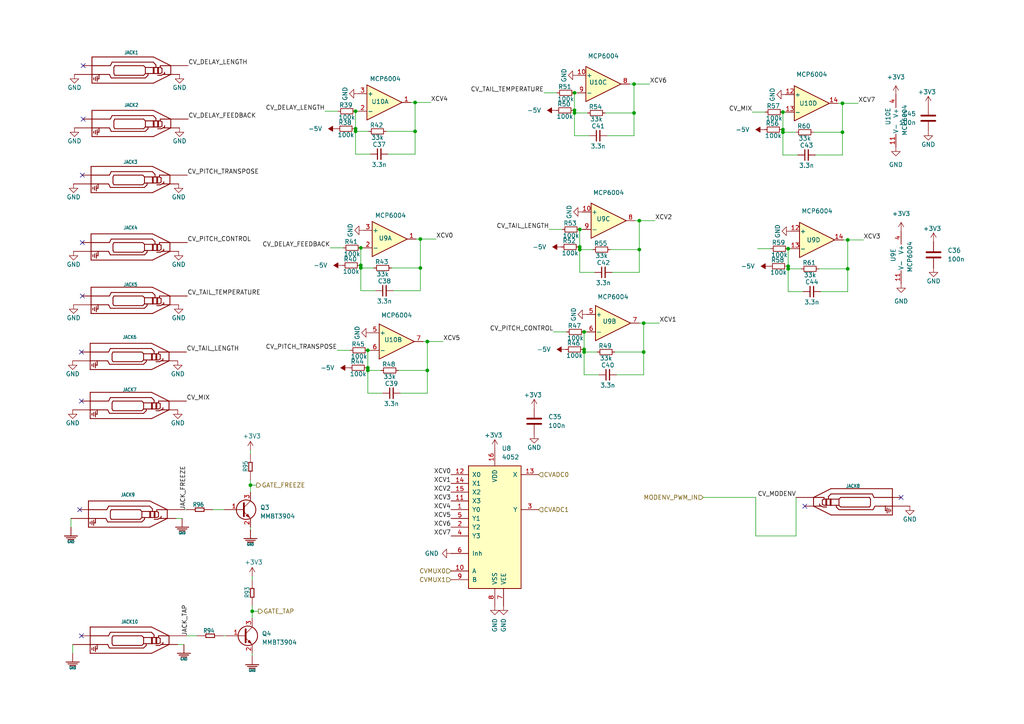
<source format=kicad_sch>
(kicad_sch (version 20221206) (generator eeschema)
  (paper "A4")
  (lib_symbols
    (symbol "4xxx:4052" (pin_names (offset 1.016))
      (property "Reference" "U" (at -7.62 19.05 0))
      (property "Value" "4052" (at -7.62 -19.05 0))
      (symbol "4052_1_0"
        (pin passive line (at -12.7 5.08 0) (length 5.08) (name "Y0") (number "1"))
        (pin input line (at -12.7 -12.7 0) (length 5.08) (name "A") (number "10"))
        (pin passive line (at -12.7 7.62 0) (length 5.08) (name "X3") (number "11"))
        (pin passive line (at -12.7 15.24 0) (length 5.08) (name "X0") (number "12"))
        (pin passive line (at 12.7 15.24 180) (length 5.08) (name "X") (number "13"))
        (pin passive line (at -12.7 12.7 0) (length 5.08) (name "X1") (number "14"))
        (pin passive line (at -12.7 10.16 0) (length 5.08) (name "X2") (number "15"))
        (pin power_in line (at 0 22.86 270) (length 5.08) (name "VDD") (number "16"))
        (pin passive line (at -12.7 0 0) (length 5.08) (name "Y2") (number "2"))
        (pin passive line (at 12.7 5.08 180) (length 5.08) (name "Y") (number "3"))
        (pin passive line (at -12.7 -2.54 0) (length 5.08) (name "Y3") (number "4"))
        (pin passive line (at -12.7 2.54 0) (length 5.08) (name "Y1") (number "5"))
        (pin input line (at -12.7 -7.62 0) (length 5.08) (name "Inh") (number "6"))
        (pin power_in line (at 2.54 -22.86 90) (length 5.08) (name "VEE") (number "7"))
        (pin power_in line (at 0 -22.86 90) (length 5.08) (name "VSS") (number "8"))
        (pin input line (at -12.7 -15.24 0) (length 5.08) (name "B") (number "9"))
      )
      (symbol "4052_1_1"
        (rectangle (start -7.62 17.78) (end 7.62 -17.78) (stroke (width 0.254)) (fill (type background)))
      )
    )
    (symbol "Amplifier_Operational:MCP6004" (pin_names (offset 0.127))
      (property "Reference" "U" (at 0 5.08 0))
      (property "Value" "MCP6004" (at 0 -5.08 0))
      (symbol "MCP6004_1_1"
        (polyline (pts (xy -5.08 5.08) (xy 5.08 0) (xy -5.08 -5.08) (xy -5.08 5.08)) (stroke (width 0.254)) (fill (type background)))
        (pin output line (at 7.62 0 180) (length 2.54) (name "~") (number "1"))
        (pin input line (at -7.62 -2.54 0) (length 2.54) (name "-") (number "2"))
        (pin input line (at -7.62 2.54 0) (length 2.54) (name "+") (number "3"))
      )
      (symbol "MCP6004_2_1"
        (polyline (pts (xy -5.08 5.08) (xy 5.08 0) (xy -5.08 -5.08) (xy -5.08 5.08)) (stroke (width 0.254)) (fill (type background)))
        (pin input line (at -7.62 2.54 0) (length 2.54) (name "+") (number "5"))
        (pin input line (at -7.62 -2.54 0) (length 2.54) (name "-") (number "6"))
        (pin output line (at 7.62 0 180) (length 2.54) (name "~") (number "7"))
      )
      (symbol "MCP6004_3_1"
        (polyline (pts (xy -5.08 5.08) (xy 5.08 0) (xy -5.08 -5.08) (xy -5.08 5.08)) (stroke (width 0.254)) (fill (type background)))
        (pin input line (at -7.62 2.54 0) (length 2.54) (name "+") (number "10"))
        (pin output line (at 7.62 0 180) (length 2.54) (name "~") (number "8"))
        (pin input line (at -7.62 -2.54 0) (length 2.54) (name "-") (number "9"))
      )
      (symbol "MCP6004_4_1"
        (polyline (pts (xy -5.08 5.08) (xy 5.08 0) (xy -5.08 -5.08) (xy -5.08 5.08)) (stroke (width 0.254)) (fill (type background)))
        (pin input line (at -7.62 2.54 0) (length 2.54) (name "+") (number "12"))
        (pin input line (at -7.62 -2.54 0) (length 2.54) (name "-") (number "13"))
        (pin output line (at 7.62 0 180) (length 2.54) (name "~") (number "14"))
      )
      (symbol "MCP6004_5_1"
        (pin power_in line (at -2.54 -7.62 90) (length 3.81) (name "V-") (number "11"))
        (pin power_in line (at -2.54 7.62 270) (length 3.81) (name "V+") (number "4"))
      )
    )
    (symbol "Device:C" (pin_numbers hide) (pin_names (offset 0.254))
      (property "Reference" "C" (at 0.635 2.54 0))
      (property "Value" "C" (at 0.635 -2.54 0))
      (symbol "C_0_1"
        (polyline (pts (xy -2.032 -0.762) (xy 2.032 -0.762)) (stroke (width 0.508)))
        (polyline (pts (xy -2.032 0.762) (xy 2.032 0.762)) (stroke (width 0.508)))
      )
      (symbol "C_1_1"
        (pin passive line (at 0 3.81 270) (length 2.794) (name "~") (number "1"))
        (pin passive line (at 0 -3.81 90) (length 2.794) (name "~") (number "2"))
      )
    )
    (symbol "Device:C_Small" (pin_numbers hide) (pin_names (offset 0.254) hide)
      (property "Reference" "C" (at 0.254 1.778 0))
      (property "Value" "C_Small" (at 0.254 -2.032 0))
      (symbol "C_Small_0_1"
        (polyline (pts (xy -1.524 -0.508) (xy 1.524 -0.508)) (stroke (width 0.3302)))
        (polyline (pts (xy -1.524 0.508) (xy 1.524 0.508)) (stroke (width 0.3048)))
      )
      (symbol "C_Small_1_1"
        (pin passive line (at 0 2.54 270) (length 2.032) (name "~") (number "1"))
        (pin passive line (at 0 -2.54 90) (length 2.032) (name "~") (number "2"))
      )
    )
    (symbol "Device:R_Small" (pin_numbers hide) (pin_names (offset 0.254) hide)
      (property "Reference" "R" (at 0.762 0.508 0))
      (property "Value" "R_Small" (at 0.762 -1.016 0))
      (symbol "R_Small_0_1"
        (rectangle (start -0.762 1.778) (end 0.762 -1.778) (stroke (width 0.2032)))
      )
      (symbol "R_Small_1_1"
        (pin passive line (at 0 2.54 270) (length 0.762) (name "~") (number "1"))
        (pin passive line (at 0 -2.54 90) (length 0.762) (name "~") (number "2"))
      )
    )
    (symbol "TINRS - Wobbler (pico)sch-eagle-import:GND" (power)
      (property "Value" "GND" (at 0 -1.27 0))
      (symbol "GND_1_0"
        (polyline (pts (xy -1.905 0) (xy 1.905 0)) (stroke (width 0.254)))
        (polyline (pts (xy -1.397 -0.508) (xy 1.397 -0.508)) (stroke (width 0.254)))
        (polyline (pts (xy -0.889 -1.016) (xy 0.889 -1.016)) (stroke (width 0.254)))
        (pin power_in line (at 0 2.54 270) (length 2.54) (name "GND") (number "1"))
      )
    )
    (symbol "TINRS - Wobbler (pico)sch-eagle-import:R-0603"
      (property "Reference" "R" (at -3.81 0 0))
      (property "Value" "R-0603" (at 2.54 0 0))
      (symbol "R-0603_1_0"
        (polyline (pts (xy -1.27 -0.508) (xy -1.27 0.508)) (stroke (width 0.254)))
        (polyline (pts (xy -1.27 0.508) (xy 1.27 0.508)) (stroke (width 0.254)))
        (polyline (pts (xy 1.27 -0.508) (xy -1.27 -0.508)) (stroke (width 0.254)))
        (polyline (pts (xy 1.27 0.508) (xy 1.27 -0.508)) (stroke (width 0.254)))
        (pin passive line (at -3.81 0 0) (length 2.54) (name "1") (number "1"))
        (pin passive line (at 3.81 0 180) (length 2.54) (name "2") (number "2"))
      )
    )
    (symbol "TiNRS_Eagle:AUDIO-JACK_SMALLSYMBOLNODRILL"
      (property "Reference" "JACK" (at -1.27 -9.906 90))
      (symbol "AUDIO-JACK_SMALLSYMBOLNODRILL_1_0"
        (polyline (pts (xy -2.54 -10.16) (xy 0 -10.16)) (stroke (width 0.254)))
        (polyline (pts (xy -2.54 7.62) (xy -2.54 -10.16)) (stroke (width 0.254)))
        (polyline (pts (xy -1.016 -4.318) (xy -1.016 7.62)) (stroke (width 0.254)))
        (polyline (pts (xy -1.016 7.62) (xy -0.254 8.382)) (stroke (width 0.254)))
        (polyline (pts (xy -0.254 8.382) (xy 0.508 8.382)) (stroke (width 0.254)))
        (polyline (pts (xy 0 -10.16) (xy 0 -4.826)) (stroke (width 0.254)))
        (polyline (pts (xy 0 -10.16) (xy 2.54 -10.16)) (stroke (width 0.254)))
        (polyline (pts (xy 0 -4.826) (xy -1.016 -4.318)) (stroke (width 0.254)))
        (polyline (pts (xy 0 -3.556) (xy 0 4.826)) (stroke (width 0.254)))
        (polyline (pts (xy 0 4.826) (xy 0.508 5.334)) (stroke (width 0.254)))
        (polyline (pts (xy 0 9.652) (xy 0.508 9.652)) (stroke (width 0.254)))
        (polyline (pts (xy 0 12.7) (xy -2.54 7.62)) (stroke (width 0.254)))
        (polyline (pts (xy 0 12.7) (xy 0 9.652)) (stroke (width 0.254)))
        (polyline (pts (xy 0.508 -3.81) (xy 0 -3.556)) (stroke (width 0.254)))
        (polyline (pts (xy 0.508 5.334) (xy 2.286 5.334)) (stroke (width 0.254)))
        (polyline (pts (xy 0.508 7.62) (xy 0.508 5.334)) (stroke (width 0.254)))
        (polyline (pts (xy 0.508 7.62) (xy 2.286 7.62)) (stroke (width 0.254)))
        (polyline (pts (xy 0.508 7.874) (xy 0.508 7.62)) (stroke (width 0.254)))
        (polyline (pts (xy 0.508 7.874) (xy 2.286 7.874)) (stroke (width 0.254)))
        (polyline (pts (xy 0.508 8.382) (xy 0.508 7.874)) (stroke (width 0.254)))
        (polyline (pts (xy 0.508 8.89) (xy 0.508 8.382)) (stroke (width 0.254)))
        (polyline (pts (xy 0.508 8.89) (xy 2.286 8.89)) (stroke (width 0.254)))
        (polyline (pts (xy 0.508 9.144) (xy 0.508 8.89)) (stroke (width 0.254)))
        (polyline (pts (xy 0.508 9.144) (xy 2.286 9.144)) (stroke (width 0.254)))
        (polyline (pts (xy 0.508 9.652) (xy 0.508 9.144)) (stroke (width 0.254)))
        (polyline (pts (xy 0.762 10.16) (xy 0.508 9.652)) (stroke (width 0.254)))
        (polyline (pts (xy 2.032 10.16) (xy 0.762 10.16)) (stroke (width 0.254)))
        (polyline (pts (xy 2.286 -3.81) (xy 0.508 -3.81)) (stroke (width 0.254)))
        (polyline (pts (xy 2.286 5.334) (xy 2.286 6.096)) (stroke (width 0.254)))
        (polyline (pts (xy 2.286 5.334) (xy 2.794 4.826)) (stroke (width 0.254)))
        (polyline (pts (xy 2.286 6.096) (xy 2.286 7.62)) (stroke (width 0.254)))
        (polyline (pts (xy 2.286 7.62) (xy 2.286 7.874)) (stroke (width 0.254)))
        (polyline (pts (xy 2.286 7.874) (xy 2.286 8.89)) (stroke (width 0.254)))
        (polyline (pts (xy 2.286 8.89) (xy 2.286 9.144)) (stroke (width 0.254)))
        (polyline (pts (xy 2.286 9.144) (xy 2.286 9.652)) (stroke (width 0.254)))
        (polyline (pts (xy 2.286 9.652) (xy 2.032 10.16)) (stroke (width 0.254)))
        (polyline (pts (xy 2.286 10.922) (xy 1.905 10.922)) (stroke (width 0.254)))
        (polyline (pts (xy 2.286 10.922) (xy 2.54 10.414)) (stroke (width 0.254)))
        (polyline (pts (xy 2.54 -10.16) (xy 2.54 -8.128)) (stroke (width 0.254)))
        (polyline (pts (xy 2.54 -10.16) (xy 5.08 -10.16)) (stroke (width 0.254)))
        (polyline (pts (xy 2.54 -8.128) (xy 2.54 -5.08)) (stroke (width 0.254)))
        (polyline (pts (xy 2.54 -8.128) (xy 3.81 -8.128)) (stroke (width 0.254)))
        (polyline (pts (xy 2.54 -5.08) (xy 3.556 -4.572)) (stroke (width 0.254)))
        (polyline (pts (xy 2.54 10.414) (xy 2.794 9.906)) (stroke (width 0.254)))
        (polyline (pts (xy 2.54 12.7) (xy 0 12.7)) (stroke (width 0.254)))
        (polyline (pts (xy 2.54 12.7) (xy 2.54 10.414)) (stroke (width 0.254)))
        (polyline (pts (xy 2.794 -3.556) (xy 2.286 -3.81)) (stroke (width 0.254)))
        (polyline (pts (xy 2.794 4.826) (xy 2.794 -3.556)) (stroke (width 0.254)))
        (polyline (pts (xy 2.794 6.096) (xy 2.286 6.096)) (stroke (width 0.254)))
        (polyline (pts (xy 2.794 9.906) (xy 2.794 8.89)) (stroke (width 0.254)))
        (polyline (pts (xy 3.048 -8.636) (xy 4.572 -8.636)) (stroke (width 0.254)))
        (polyline (pts (xy 3.302 -9.144) (xy 4.318 -9.144)) (stroke (width 0.254)))
        (polyline (pts (xy 3.556 -9.652) (xy 4.064 -9.652)) (stroke (width 0.254)))
        (polyline (pts (xy 3.556 -4.572) (xy 3.556 5.334)) (stroke (width 0.254)))
        (polyline (pts (xy 3.556 5.334) (xy 2.794 6.096)) (stroke (width 0.254)))
        (polyline (pts (xy 3.81 -8.128) (xy 3.81 -8.636)) (stroke (width 0.254)))
        (polyline (pts (xy 5.08 -10.16) (xy 5.08 7.62)) (stroke (width 0.254)))
        (polyline (pts (xy 5.08 7.62) (xy 2.54 12.7)) (stroke (width 0.254)))
        (pin bidirectional line (at 2.54 -15.24 90) (length 5.08) (name "RING") (number "RING"))
        (pin bidirectional line (at 0 -12.7 90) (length 2.54) (name "SECOND") (number "SECOND"))
        (pin bidirectional line (at 2.54 15.24 270) (length 2.54) (name "SWITCH") (number "SWITCH"))
        (pin bidirectional line (at 0 17.78 270) (length 5.08) (name "TIP") (number "TIP"))
      )
    )
    (symbol "Transistor_BJT:MMBT3904" (pin_names (offset 0) hide)
      (property "Reference" "Q" (at 5.08 1.905 0))
      (property "Value" "MMBT3904" (at 5.08 0 0))
      (symbol "MMBT3904_0_1"
        (polyline (pts (xy 0.635 0.635) (xy 2.54 2.54)))
        (polyline (pts (xy 0.635 -0.635) (xy 2.54 -2.54) (xy 2.54 -2.54)))
        (polyline (pts (xy 0.635 1.905) (xy 0.635 -1.905) (xy 0.635 -1.905)) (stroke (width 0.508)))
        (polyline (pts (xy 1.27 -1.778) (xy 1.778 -1.27) (xy 2.286 -2.286) (xy 1.27 -1.778) (xy 1.27 -1.778)) (fill (type outline)))
        (circle (center 1.27 0) (radius 2.8194) (stroke (width 0.254)))
      )
      (symbol "MMBT3904_1_1"
        (pin input line (at -5.08 0 0) (length 5.715) (name "B") (number "1"))
        (pin passive line (at 2.54 -5.08 90) (length 2.54) (name "E") (number "2"))
        (pin passive line (at 2.54 5.08 270) (length 2.54) (name "C") (number "3"))
      )
    )
    (symbol "power:+3.3V" (power) (pin_names (offset 0))
      (property "Value" "+3.3V" (at 0 3.556 0))
      (symbol "+3.3V_0_1"
        (polyline (pts (xy -0.762 1.27) (xy 0 2.54)))
        (polyline (pts (xy 0 0) (xy 0 2.54)))
        (polyline (pts (xy 0 2.54) (xy 0.762 1.27)))
      )
      (symbol "+3.3V_1_1"
        (pin power_in line (at 0 0 90) (length 0) hide (name "+3V3") (number "1"))
      )
    )
    (symbol "power:-5V" (power) (pin_names (offset 0))
      (property "Value" "-5V" (at 0 3.81 0))
      (symbol "-5V_0_0"
        (pin power_in line (at 0 0 90) (length 0) hide (name "-5V") (number "1"))
      )
      (symbol "-5V_0_1"
        (polyline (pts (xy 0 0) (xy 0 1.27) (xy 0.762 1.27) (xy 0 2.54) (xy -0.762 1.27) (xy 0 1.27)) (fill (type outline)))
      )
    )
    (symbol "power:GND" (power) (pin_names (offset 0))
      (property "Value" "GND" (at 0 -3.81 0))
      (symbol "GND_0_1"
        (polyline (pts (xy 0 0) (xy 0 -1.27) (xy 1.27 -1.27) (xy 0 -2.54) (xy -1.27 -1.27) (xy 0 -1.27)))
      )
      (symbol "GND_1_1"
        (pin power_in line (at 0 0 270) (length 0) hide (name "GND") (number "1"))
      )
    )
  )
  (junction (at 227.076 37.592))
  (junction (at 169.418 96.266))
  (junction (at 73.152 177.292))
  (junction (at 120.396 29.718))
  (junction (at 183.896 32.766))
  (junction (at 169.418 102.108))
  (junction (at 245.872 77.978))
  (junction (at 168.148 66.548))
  (junction (at 185.42 72.39))
  (junction (at 120.396 38.1))
  (junction (at 103.124 38.1))
  (junction (at 123.952 99.06))
  (junction (at 166.624 32.766))
  (junction (at 121.92 69.342))
  (junction (at 186.69 102.108))
  (junction (at 166.624 26.924))
  (junction (at 183.896 24.384))
  (junction (at 227.076 32.512))
  (junction (at 244.348 29.972))
  (junction (at 228.6 77.978))
  (junction (at 244.348 38.354))
  (junction (at 104.648 77.724))
  (junction (at 104.648 71.882))
  (junction (at 104.648 76.962))
  (junction (at 227.076 38.354))
  (junction (at 72.644 140.716))
  (junction (at 121.92 77.724))
  (junction (at 103.124 37.338))
  (junction (at 106.68 107.442))
  (junction (at 228.6 77.216))
  (junction (at 185.42 64.008))
  (junction (at 168.148 71.628))
  (junction (at 103.124 32.258))
  (junction (at 228.6 72.136))
  (junction (at 169.418 101.346))
  (junction (at 106.68 101.6))
  (junction (at 245.872 69.596))
  (junction (at 186.69 93.726))
  (junction (at 123.952 107.442))
  (junction (at 106.68 106.68))
  (junction (at 168.148 72.39))
  (junction (at 166.624 32.004))
  (no_connect (at 23.876 70.358))
  (no_connect (at 23.876 50.8))
  (no_connect (at 24.13 34.544))
  (no_connect (at 261.366 144.272))
  (no_connect (at 23.876 85.852))
  (no_connect (at 23.114 147.828))
  (no_connect (at 23.622 102.108))
  (no_connect (at 24.13 19.05))
  (no_connect (at 233.426 146.812))
  (no_connect (at 23.622 116.332))
  (no_connect (at 23.622 184.404))
  (wire (pts (xy 169.418 96.266) (xy 169.418 101.346)))
  (wire (pts (xy 104.648 71.882) (xy 104.648 76.962)))
  (wire (pts (xy 172.466 78.994) (xy 168.148 78.994)))
  (wire (pts (xy 178.816 108.712) (xy 186.69 108.712)))
  (wire (pts (xy 112.014 38.1) (xy 120.396 38.1)))
  (wire (pts (xy 228.6 77.978) (xy 228.6 77.216)))
  (wire (pts (xy 175.514 32.766) (xy 183.896 32.766)))
  (wire (pts (xy 237.998 84.582) (xy 245.872 84.582)))
  (wire (pts (xy 185.42 72.39) (xy 185.42 64.008)))
  (wire (pts (xy 169.418 96.266) (xy 170.18 96.266)))
  (wire (pts (xy 106.68 101.6) (xy 107.442 101.6)))
  (wire (pts (xy 203.962 144.272) (xy 219.202 144.272)))
  (wire (pts (xy 115.57 107.442) (xy 123.952 107.442)))
  (wire (pts (xy 73.152 177.292) (xy 74.93 177.292)))
  (wire (pts (xy 103.124 44.704) (xy 103.124 38.1)))
  (wire (pts (xy 72.644 140.716) (xy 72.644 139.192)))
  (wire (pts (xy 183.896 39.37) (xy 183.896 32.766)))
  (wire (pts (xy 123.952 99.06) (xy 128.524 99.06)))
  (wire (pts (xy 99.568 71.882) (xy 95.758 71.882)))
  (wire (pts (xy 166.624 26.924) (xy 167.386 26.924)))
  (wire (pts (xy 244.348 29.972) (xy 243.078 29.972)))
  (wire (pts (xy 72.644 140.716) (xy 74.422 140.716)))
  (wire (pts (xy 245.872 69.596) (xy 244.602 69.596)))
  (wire (pts (xy 104.648 84.328) (xy 104.648 77.724)))
  (wire (pts (xy 230.886 155.448) (xy 230.886 144.272)))
  (wire (pts (xy 227.076 38.354) (xy 227.076 37.592)))
  (wire (pts (xy 20.574 150.368) (xy 20.574 152.908)))
  (wire (pts (xy 167.894 71.628) (xy 168.148 71.628)))
  (wire (pts (xy 223.52 72.136) (xy 219.71 72.136)))
  (wire (pts (xy 120.396 29.718) (xy 124.968 29.718)))
  (wire (pts (xy 244.348 38.354) (xy 244.348 29.972)))
  (wire (pts (xy 104.648 71.882) (xy 105.41 71.882)))
  (wire (pts (xy 106.426 106.68) (xy 106.68 106.68)))
  (wire (pts (xy 21.082 186.944) (xy 21.082 189.484)))
  (wire (pts (xy 219.202 144.272) (xy 219.202 155.448)))
  (wire (pts (xy 168.148 78.994) (xy 168.148 72.39)))
  (wire (pts (xy 121.92 84.328) (xy 121.92 77.724)))
  (wire (pts (xy 244.348 44.958) (xy 244.348 38.354)))
  (wire (pts (xy 114.046 84.328) (xy 121.92 84.328)))
  (wire (pts (xy 183.896 32.766) (xy 183.896 24.384)))
  (wire (pts (xy 103.124 38.1) (xy 103.124 37.338)))
  (wire (pts (xy 73.152 168.148) (xy 73.152 167.132)))
  (wire (pts (xy 166.37 32.004) (xy 166.624 32.004)))
  (wire (pts (xy 228.346 77.216) (xy 228.6 77.216)))
  (wire (pts (xy 106.934 38.1) (xy 103.124 38.1)))
  (wire (pts (xy 227.076 32.512) (xy 227.076 37.592)))
  (wire (pts (xy 236.474 44.958) (xy 244.348 44.958)))
  (wire (pts (xy 230.886 38.354) (xy 227.076 38.354)))
  (wire (pts (xy 168.148 66.548) (xy 168.91 66.548)))
  (wire (pts (xy 123.952 99.06) (xy 122.682 99.06)))
  (wire (pts (xy 54.102 184.404) (xy 57.15 184.404)))
  (wire (pts (xy 108.458 77.724) (xy 104.648 77.724)))
  (wire (pts (xy 104.394 76.962) (xy 104.648 76.962)))
  (wire (pts (xy 173.228 102.108) (xy 169.418 102.108)))
  (wire (pts (xy 168.148 66.548) (xy 168.148 71.628)))
  (wire (pts (xy 170.434 32.766) (xy 166.624 32.766)))
  (wire (pts (xy 121.92 69.342) (xy 126.492 69.342)))
  (wire (pts (xy 106.68 107.442) (xy 106.68 106.68)))
  (wire (pts (xy 245.872 77.978) (xy 245.872 69.596)))
  (wire (pts (xy 113.538 77.724) (xy 121.92 77.724)))
  (wire (pts (xy 177.546 78.994) (xy 185.42 78.994)))
  (wire (pts (xy 61.722 147.828) (xy 65.024 147.828)))
  (wire (pts (xy 231.394 44.958) (xy 227.076 44.958)))
  (wire (pts (xy 232.41 77.978) (xy 228.6 77.978)))
  (wire (pts (xy 186.69 102.108) (xy 186.69 93.726)))
  (wire (pts (xy 235.966 38.354) (xy 244.348 38.354)))
  (wire (pts (xy 169.418 108.712) (xy 169.418 102.108)))
  (wire (pts (xy 112.522 44.704) (xy 120.396 44.704)))
  (wire (pts (xy 166.624 32.766) (xy 166.624 32.004)))
  (wire (pts (xy 102.87 37.338) (xy 103.124 37.338)))
  (wire (pts (xy 107.442 44.704) (xy 103.124 44.704)))
  (wire (pts (xy 244.348 29.972) (xy 248.92 29.972)))
  (wire (pts (xy 177.038 72.39) (xy 185.42 72.39)))
  (wire (pts (xy 98.044 32.258) (xy 94.234 32.258)))
  (wire (pts (xy 176.022 39.37) (xy 183.896 39.37)))
  (wire (pts (xy 73.152 179.324) (xy 73.152 177.292)))
  (wire (pts (xy 228.6 72.136) (xy 229.362 72.136)))
  (wire (pts (xy 53.594 147.828) (xy 54.102 147.828)))
  (wire (pts (xy 185.42 64.008) (xy 189.992 64.008)))
  (wire (pts (xy 161.544 26.924) (xy 157.734 26.924)))
  (wire (pts (xy 186.69 93.726) (xy 191.262 93.726)))
  (wire (pts (xy 72.644 142.748) (xy 72.644 140.716)))
  (wire (pts (xy 245.872 84.582) (xy 245.872 77.978)))
  (wire (pts (xy 120.396 44.704) (xy 120.396 38.1)))
  (wire (pts (xy 183.896 24.384) (xy 182.626 24.384)))
  (wire (pts (xy 166.624 39.37) (xy 166.624 32.766)))
  (wire (pts (xy 185.42 64.008) (xy 184.15 64.008)))
  (wire (pts (xy 166.624 26.924) (xy 166.624 32.004)))
  (wire (pts (xy 221.996 32.512) (xy 218.186 32.512)))
  (wire (pts (xy 64.77 184.404) (xy 65.532 184.404)))
  (wire (pts (xy 108.966 84.328) (xy 104.648 84.328)))
  (wire (pts (xy 228.6 84.582) (xy 228.6 77.978)))
  (wire (pts (xy 168.148 72.39) (xy 168.148 71.628)))
  (wire (pts (xy 123.952 114.046) (xy 123.952 107.442)))
  (wire (pts (xy 51.054 150.368) (xy 52.832 150.368)))
  (wire (pts (xy 73.152 177.292) (xy 73.152 175.768)))
  (wire (pts (xy 116.078 114.046) (xy 123.952 114.046)))
  (wire (pts (xy 103.124 32.258) (xy 103.124 37.338)))
  (wire (pts (xy 232.918 84.582) (xy 228.6 84.582)))
  (wire (pts (xy 121.92 77.724) (xy 121.92 69.342)))
  (wire (pts (xy 120.396 29.718) (xy 119.126 29.718)))
  (wire (pts (xy 120.396 38.1) (xy 120.396 29.718)))
  (wire (pts (xy 185.42 78.994) (xy 185.42 72.39)))
  (wire (pts (xy 227.076 44.958) (xy 227.076 38.354)))
  (wire (pts (xy 245.872 69.596) (xy 250.444 69.596)))
  (wire (pts (xy 186.69 108.712) (xy 186.69 102.108)))
  (wire (pts (xy 164.338 96.266) (xy 160.528 96.266)))
  (wire (pts (xy 104.648 77.724) (xy 104.648 76.962)))
  (wire (pts (xy 106.68 114.046) (xy 106.68 107.442)))
  (wire (pts (xy 110.49 107.442) (xy 106.68 107.442)))
  (wire (pts (xy 121.92 69.342) (xy 120.65 69.342)))
  (wire (pts (xy 72.644 152.908) (xy 72.644 153.67)))
  (wire (pts (xy 169.418 102.108) (xy 169.418 101.346)))
  (wire (pts (xy 178.308 102.108) (xy 186.69 102.108)))
  (wire (pts (xy 110.998 114.046) (xy 106.68 114.046)))
  (wire (pts (xy 170.942 39.37) (xy 166.624 39.37)))
  (wire (pts (xy 169.164 101.346) (xy 169.418 101.346)))
  (wire (pts (xy 106.68 101.6) (xy 106.68 106.68)))
  (wire (pts (xy 173.736 108.712) (xy 169.418 108.712)))
  (wire (pts (xy 123.952 107.442) (xy 123.952 99.06)))
  (wire (pts (xy 171.958 72.39) (xy 168.148 72.39)))
  (wire (pts (xy 103.124 32.258) (xy 103.886 32.258)))
  (wire (pts (xy 237.49 77.978) (xy 245.872 77.978)))
  (wire (pts (xy 73.152 189.484) (xy 73.152 190.246)))
  (wire (pts (xy 228.6 72.136) (xy 228.6 77.216)))
  (wire (pts (xy 51.562 186.944) (xy 53.34 186.944)))
  (wire (pts (xy 163.068 66.548) (xy 159.258 66.548)))
  (wire (pts (xy 186.69 93.726) (xy 185.42 93.726)))
  (wire (pts (xy 183.896 24.384) (xy 188.468 24.384)))
  (wire (pts (xy 227.076 32.512) (xy 227.838 32.512)))
  (wire (pts (xy 219.202 155.448) (xy 230.886 155.448)))
  (wire (pts (xy 101.6 101.6) (xy 97.79 101.6)))
  (wire (pts (xy 72.644 131.572) (xy 72.644 130.556)))
  (wire (pts (xy 226.822 37.592) (xy 227.076 37.592)))
  (label "CV_MIX" (at 54.102 116.332 0))
  (label "CV_DELAY_FEEDBACK" (at 54.61 34.544 0))
  (label "XCV3" (at 130.81 145.288 180))
  (label "CV_PITCH_TRANSPOSE" (at 97.79 101.6 180))
  (label "JACK_TAP" (at 54.61 184.404 90))
  (label "XCV2" (at 130.81 142.748 180))
  (label "CV_MODENV" (at 230.886 144.272 180))
  (label "XCV6" (at 130.81 152.908 180))
  (label "XCV1" (at 191.262 93.726 0))
  (label "XCV5" (at 128.524 99.06 0))
  (label "XCV1" (at 130.81 140.208 180))
  (label "XCV4" (at 124.968 29.718 0))
  (label "XCV2" (at 189.992 64.008 0))
  (label "CV_TAIL_TEMPERATURE" (at 157.734 26.924 180))
  (label "XCV5" (at 130.81 150.368 180))
  (label "CV_DELAY_LENGTH" (at 94.234 32.258 180))
  (label "CV_MIX" (at 218.186 32.512 180))
  (label "XCV0" (at 126.492 69.342 0))
  (label "CV_TAIL_LENGTH" (at 159.258 66.548 180))
  (label "XCV7" (at 248.92 29.972 0))
  (label "XCV0" (at 130.81 137.668 180))
  (label "XCV6" (at 188.468 24.384 0))
  (label "JACK_FREEZE" (at 54.102 147.828 90))
  (label "CV_TAIL_LENGTH" (at 54.102 102.108 0))
  (label "CV_DELAY_FEEDBACK" (at 95.758 71.882 180))
  (label "XCV7" (at 130.81 155.448 180))
  (label "XCV4" (at 130.81 147.828 180))
  (label "CV_PITCH_CONTROL" (at 54.356 70.358 0))
  (label "XCV3" (at 250.444 69.596 0))
  (label "CV_TAIL_TEMPERATURE" (at 54.356 85.852 0))
  (label "CV_DELAY_LENGTH" (at 54.61 19.05 0))
  (label "CV_PITCH_TRANSPOSE" (at 54.356 50.8 0))
  (label "CV_PITCH_CONTROL" (at 160.528 96.266 180))
  (hierarchical_label "CVADC0" (shape input) (at 156.21 137.668 0))
  (hierarchical_label "CVMUX1" (shape input) (at 130.81 168.148 180))
  (hierarchical_label "CVADC1" (shape input) (at 156.21 147.828 0))
  (hierarchical_label "CVMUX0" (shape input) (at 130.81 165.608 180))
  (hierarchical_label "MODENV_PWM_IN" (shape input) (at 203.962 144.272 180))
  (hierarchical_label "GATE_TAP" (shape output) (at 74.93 177.292 0))
  (hierarchical_label "GATE_FREEZE" (shape output) (at 74.422 140.716 0))
  (symbol (lib_id "Device:C_Small") (at 175.006 78.994 90) (unit 1)
    (property "Reference" "C42" (at 175.006 76.2 90))
    (property "Value" "3.3n" (at 175.006 82.042 90))
    (property "Footprint" "Capacitor_SMD:C_0402_1005Metric" (effects hide))
  )
  (symbol (lib_id "power:GND") (at 154.94 125.984 0) (unit 1)
    (property "Reference" "#PWR0250" (effects hide))
    (property "Value" "GND" (at 152.908 129.794 0) (effects (justify left)))
  )
  (symbol (lib_id "Device:R_Small") (at 164.084 26.924 90) (unit 1)
    (property "Reference" "R51" (at 163.83 25.146 90))
    (property "Value" "100k" (at 164.084 28.702 90))
    (property "Footprint" "Resistor_SMD:R_0402_1005Metric" (effects hide))
  )
  (symbol (lib_id "Device:R_Small") (at 166.878 96.266 90) (unit 1)
    (property "Reference" "R47" (at 166.624 94.488 90))
    (property "Value" "100k" (at 166.878 98.044 90))
    (property "Footprint" "Resistor_SMD:R_0402_1005Metric" (effects hide))
  )
  (symbol (lib_id "TiNRS_Eagle:AUDIO-JACK_SMALLSYMBOLNODRILL") (at 36.576 70.358 270) (unit 1)
    (property "Reference" "JACK4" (at 37.846 66.04 90) (effects (font (size 1.016 0.8636))))
    (property "Value" "AUDIO-JACK_SMALLSYMBOLNODRILL" (effects hide))
    (property "Footprint" "TiNRS_Eagle_Footprints:3.5MM-JACK-SWITCH-13MM-NOHOLES-TESTPAD" (effects hide))
  )
  (symbol (lib_id "Device:R_Small") (at 101.854 76.962 90) (unit 1)
    (property "Reference" "R40" (at 101.6 75.184 90))
    (property "Value" "100k" (at 101.854 78.74 90))
    (property "Footprint" "Resistor_SMD:R_0402_1005Metric" (effects hide))
  )
  (symbol (lib_id "TiNRS_Eagle:AUDIO-JACK_SMALLSYMBOLNODRILL") (at 36.576 50.8 270) (unit 1)
    (property "Reference" "JACK3" (at 37.846 46.99 90) (effects (font (size 1.016 0.8636))))
    (property "Value" "AUDIO-JACK_SMALLSYMBOLNODRILL" (effects hide))
    (property "Footprint" "TiNRS_Eagle_Footprints:3.5MM-JACK-SWITCH-13MM-NOHOLES-TESTPAD" (effects hide))
  )
  (symbol (lib_id "TINRS - Wobbler (pico)sch-eagle-import:R-0603") (at 60.96 184.404 0) (unit 1)
    (property "Reference" "R94" (at 58.928 183.642 0) (effects (font (size 1.27 1.0795)) (justify left bottom)))
    (property "Value" "100k" (at 58.928 187.198 0) (effects (font (size 1.27 1.0795)) (justify left bottom)))
    (property "Footprint" "Resistor_SMD:R_0402_1005Metric" (effects hide))
    (property "Value" "unknown" (effects hide))
    (instances (project "Space" (path "" (reference "R94") (unit 1))) (project "TiNRS - Wobbler SMDLeds" (path "" (reference "R18") (unit 1))))
  )
  (symbol (lib_id "TINRS - Wobbler (pico)sch-eagle-import:GND") (at 52.832 152.908 0) (unit 1)
    (property "Reference" "#GND0141" (effects hide))
    (property "Value" "GND" (at 52.832 154.178 0) (effects (font (size 0.762 0.6477)) (justify top)))
  )
  (symbol (lib_id "power:GND") (at 105.41 66.802 270) (unit 1)
    (property "Reference" "#PWR0296" (effects hide))
    (property "Value" "GND" (at 101.6 64.77 0) (effects (justify left)))
  )
  (symbol (lib_id "TINRS - Wobbler (pico)sch-eagle-import:R-0603") (at 73.152 171.958 90) (unit 1)
    (property "Reference" "R93" (at 72.39 173.482 0) (effects (font (size 1.27 1.0795)) (justify left bottom)))
    (property "Value" "10k" (at 75.946 173.482 0) (effects (font (size 1.27 1.0795)) (justify left bottom)))
    (property "Footprint" "Resistor_SMD:R_0402_1005Metric" (effects hide))
    (property "Value" "unknown" (effects hide))
    (instances (project "Space" (path "" (reference "R93") (unit 1))) (project "TiNRS - Wobbler SMDLeds" (path "" (reference "R20") (unit 1))))
  )
  (symbol (lib_id "power:GND") (at 51.562 104.648 0) (unit 1)
    (property "Reference" "#PWR0259" (effects hide))
    (property "Value" "GND" (at 49.53 108.458 0) (effects (justify left)))
  )
  (symbol (lib_id "TiNRS_Eagle:AUDIO-JACK_SMALLSYMBOLNODRILL") (at 36.83 19.05 270) (unit 1)
    (property "Reference" "JACK1" (at 38.1 15.24 90) (effects (font (size 1.016 0.8636))))
    (property "Value" "AUDIO-JACK_SMALLSYMBOLNODRILL" (effects hide))
    (property "Footprint" "TiNRS_Eagle_Footprints:3.5MM-JACK-SWITCH-13MM-NOHOLES-TESTPAD" (effects hide))
  )
  (symbol (lib_id "power:GND") (at 107.442 96.52 270) (unit 1)
    (property "Reference" "#PWR0292" (effects hide))
    (property "Value" "GND" (at 103.632 94.488 0) (effects (justify left)))
  )
  (symbol (lib_id "power:+3.3V") (at 270.764 70.104 0) (unit 1)
    (property "Reference" "#PWR0273" (effects hide))
    (property "Value" "+3.3V" (at 267.716 66.294 0) (effects (justify left)))
  )
  (symbol (lib_id "TINRS - Wobbler (pico)sch-eagle-import:GND") (at 20.574 155.448 0) (unit 1)
    (property "Reference" "#GND0147" (effects hide))
    (property "Value" "GND" (at 20.574 156.718 0) (effects (font (size 0.762 0.6477)) (justify top)))
    (instances (project "Space" (path "" (reference "#GND0147") (unit 1))) (project "TiNRS - Wobbler SMDLeds" (path "" (reference "#GND0142") (unit 1))))
  )
  (symbol (lib_id "power:GND") (at 261.366 82.296 0) (unit 1)
    (property "Reference" "#PWR0275" (effects hide))
    (property "Value" "GND" (at 261.366 87.376 0))
  )
  (symbol (lib_id "Device:R_Small") (at 109.474 38.1 90) (unit 1)
    (property "Reference" "R42" (at 109.22 36.322 90))
    (property "Value" "33k" (at 109.474 39.878 90))
    (property "Footprint" "Resistor_SMD:R_0402_1005Metric" (effects hide))
  )
  (symbol (lib_id "power:GND") (at 259.842 42.672 0) (unit 1)
    (property "Reference" "#PWR0279" (effects hide))
    (property "Value" "GND" (at 259.842 47.752 0))
  )
  (symbol (lib_id "power:-5V") (at 97.79 37.338 90) (unit 1)
    (property "Reference" "#PWR0289" (effects hide))
    (property "Value" "-5V" (at 93.472 37.3379 90) (effects (justify left)))
  )
  (symbol (lib_id "power:+3.3V") (at 261.366 67.056 0) (unit 1)
    (property "Reference" "#PWR0276" (effects hide))
    (property "Value" "+3.3V" (at 261.366 61.976 0))
  )
  (symbol (lib_id "power:+3.3V") (at 72.644 130.556 0) (unit 1)
    (property "Reference" "#PWR0236" (effects hide))
    (property "Value" "+3.3V" (at 75.692 126.492 0) (effects (justify right)))
    (instances (project "Space" (path "" (reference "#PWR0236") (unit 1))) (project "TiNRS - Wobbler SMDLeds" (path "" (reference "#PWR0120") (unit 1))))
  )
  (symbol (lib_id "TINRS - Wobbler (pico)sch-eagle-import:GND") (at 73.152 192.786 0) (unit 1)
    (property "Reference" "#GND013" (effects hide))
    (property "Value" "GND" (at 73.152 194.056 0) (effects (font (size 0.762 0.6477)) (justify top)))
  )
  (symbol (lib_id "Device:R_Small") (at 165.608 66.548 90) (unit 1)
    (property "Reference" "R53" (at 165.354 64.77 90))
    (property "Value" "100k" (at 165.608 68.326 90))
    (property "Footprint" "Resistor_SMD:R_0402_1005Metric" (effects hide))
  )
  (symbol (lib_id "Device:R_Small") (at 102.108 71.882 90) (unit 1)
    (property "Reference" "R41" (at 101.854 70.104 90))
    (property "Value" "100k" (at 102.108 73.66 90))
    (property "Footprint" "Resistor_SMD:R_0402_1005Metric" (effects hide))
  )
  (symbol (lib_id "Transistor_BJT:MMBT3904") (at 70.104 147.828 0) (unit 1)
    (property "Reference" "Q3" (at 75.438 147.193 0) (effects (justify left)))
    (property "Value" "MMBT3904" (at 75.438 149.733 0) (effects (justify left)))
    (property "Footprint" "Package_TO_SOT_SMD:SOT-23" (effects hide))
    (property "Datasheet" "https://www.onsemi.com/pub/Collateral/2N3903-D.PDF" (effects hide))
  )
  (symbol (lib_id "TINRS - Wobbler (pico)sch-eagle-import:GND") (at 21.082 192.024 0) (unit 1)
    (property "Reference" "#GND0142" (effects hide))
    (property "Value" "GND" (at 21.082 193.294 0) (effects (font (size 0.762 0.6477)) (justify top)))
  )
  (symbol (lib_id "power:GND") (at 143.51 175.768 0) (unit 1)
    (property "Reference" "#PWR0249" (effects hide))
    (property "Value" "GND" (at 143.51 183.388 90) (effects (justify left)))
  )
  (symbol (lib_id "TiNRS_Eagle:AUDIO-JACK_SMALLSYMBOLNODRILL") (at 248.666 144.272 90) (mirror x) (unit 1)
    (property "Reference" "JACK8" (at 247.396 140.97 90) (effects (font (size 1.016 0.8636))))
    (property "Value" "AUDIO-JACK_SMALLSYMBOLNODRILL" (effects hide))
    (property "Footprint" "TiNRS_Eagle_Footprints:3.5MM-JACK-SWITCH-13MM-NOHOLES-TESTPAD" (effects hide))
    (instances (project "Space" (path "" (reference "JACK8") (unit 1)) (path "" (reference "JACK10") (unit 1))))
  )
  (symbol (lib_id "Device:C_Small") (at 235.458 84.582 90) (unit 1)
    (property "Reference" "C44" (at 235.458 81.788 90))
    (property "Value" "3.3n" (at 235.458 87.63 90))
    (property "Footprint" "Capacitor_SMD:C_0402_1005Metric" (effects hide))
  )
  (symbol (lib_id "Device:C_Small") (at 233.934 44.958 90) (unit 1)
    (property "Reference" "C43" (at 233.934 42.164 90))
    (property "Value" "3.3n" (at 233.934 48.006 90))
    (property "Footprint" "Capacitor_SMD:C_0402_1005Metric" (effects hide))
  )
  (symbol (lib_id "Amplifier_Operational:MCP6004") (at 177.8 93.726 0) (unit 2)
    (property "Reference" "U9" (at 176.784 93.218 0))
    (property "Value" "MCP6004" (at 177.8 86.106 0))
    (property "Footprint" "Package_SO:TSSOP-14_4.4x5mm_P0.65mm" (effects hide))
    (property "Datasheet" "http://ww1.microchip.com/downloads/en/DeviceDoc/21733j.pdf" (effects hide))
  )
  (symbol (lib_id "Device:R_Small") (at 165.354 71.628 90) (unit 1)
    (property "Reference" "R52" (at 165.1 69.85 90))
    (property "Value" "100k" (at 165.354 73.406 90))
    (property "Footprint" "Resistor_SMD:R_0402_1005Metric" (effects hide))
  )
  (symbol (lib_id "power:GND") (at 170.18 91.186 270) (unit 1)
    (property "Reference" "#PWR0294" (effects hide))
    (property "Value" "GND" (at 166.37 89.154 0) (effects (justify left)))
  )
  (symbol (lib_id "power:+3.3V") (at 269.24 30.48 0) (unit 1)
    (property "Reference" "#PWR0283" (effects hide))
    (property "Value" "+3.3V" (at 266.192 26.67 0) (effects (justify left)))
  )
  (symbol (lib_id "Device:C_Small") (at 113.538 114.046 90) (unit 1)
    (property "Reference" "C39" (at 113.538 111.252 90))
    (property "Value" "3.3n" (at 113.538 117.094 90))
    (property "Footprint" "Capacitor_SMD:C_0402_1005Metric" (effects hide))
  )
  (symbol (lib_id "Device:C_Small") (at 109.982 44.704 90) (unit 1)
    (property "Reference" "C37" (at 109.982 41.91 90))
    (property "Value" "3.3n" (at 109.982 47.752 90))
    (property "Footprint" "Capacitor_SMD:C_0402_1005Metric" (effects hide))
  )
  (symbol (lib_id "Amplifier_Operational:MCP6004") (at 236.982 69.596 0) (unit 4)
    (property "Reference" "U9" (at 235.966 69.596 0))
    (property "Value" "MCP6004" (at 236.982 61.214 0))
    (property "Footprint" "Package_SO:TSSOP-14_4.4x5mm_P0.65mm" (effects hide))
    (property "Datasheet" "http://ww1.microchip.com/downloads/en/DeviceDoc/21733j.pdf" (effects hide))
  )
  (symbol (lib_id "Device:C_Small") (at 176.276 108.712 90) (unit 1)
    (property "Reference" "C40" (at 176.276 105.918 90))
    (property "Value" "3.3n" (at 176.276 111.76 90))
    (property "Footprint" "Capacitor_SMD:C_0402_1005Metric" (effects hide))
  )
  (symbol (lib_id "Device:R_Small") (at 172.974 32.766 90) (unit 1)
    (property "Reference" "R54" (at 172.72 30.988 90))
    (property "Value" "33k" (at 172.974 34.544 90))
    (property "Footprint" "Resistor_SMD:R_0402_1005Metric" (effects hide))
  )
  (symbol (lib_id "power:GND") (at 21.082 104.648 0) (unit 1)
    (property "Reference" "#PWR0258" (effects hide))
    (property "Value" "GND" (at 19.05 108.458 0) (effects (justify left)))
  )
  (symbol (lib_id "Amplifier_Operational:MCP6004") (at 175.006 24.384 0) (unit 3)
    (property "Reference" "U10" (at 173.482 23.876 0))
    (property "Value" "MCP6004" (at 175.006 16.256 0))
    (property "Footprint" "Package_SO:TSSOP-14_4.4x5mm_P0.65mm" (effects hide))
    (property "Datasheet" "http://ww1.microchip.com/downloads/en/DeviceDoc/21733j.pdf" (effects hide))
  )
  (symbol (lib_id "Device:R_Small") (at 225.806 77.216 90) (unit 1)
    (property "Reference" "R58" (at 225.552 75.438 90))
    (property "Value" "100k" (at 225.806 78.994 90))
    (property "Footprint" "Resistor_SMD:R_0402_1005Metric" (effects hide))
  )
  (symbol (lib_id "Device:R_Small") (at 233.426 38.354 90) (unit 1)
    (property "Reference" "R60" (at 233.172 36.576 90))
    (property "Value" "33k" (at 233.426 40.132 90))
    (property "Footprint" "Resistor_SMD:R_0402_1005Metric" (effects hide))
  )
  (symbol (lib_id "Device:C_Small") (at 173.482 39.37 90) (unit 1)
    (property "Reference" "C41" (at 173.482 36.576 90))
    (property "Value" "3.3n" (at 173.482 42.418 90))
    (property "Footprint" "Capacitor_SMD:C_0402_1005Metric" (effects hide))
  )
  (symbol (lib_id "power:GND") (at 52.07 37.084 0) (unit 1)
    (property "Reference" "#PWR0263" (effects hide))
    (property "Value" "GND" (at 50.038 40.894 0) (effects (justify left)))
  )
  (symbol (lib_id "Device:R_Small") (at 174.498 72.39 90) (unit 1)
    (property "Reference" "R55" (at 174.244 70.612 90))
    (property "Value" "33k" (at 174.498 74.168 90))
    (property "Footprint" "Resistor_SMD:R_0402_1005Metric" (effects hide))
  )
  (symbol (lib_id "Device:R_Small") (at 100.33 37.338 90) (unit 1)
    (property "Reference" "R38" (at 100.076 35.56 90))
    (property "Value" "100k" (at 100.33 39.116 90))
    (property "Footprint" "Resistor_SMD:R_0402_1005Metric" (effects hide))
  )
  (symbol (lib_id "Device:R_Small") (at 175.768 102.108 90) (unit 1)
    (property "Reference" "R49" (at 175.514 100.33 90))
    (property "Value" "33k" (at 175.768 103.886 90))
    (property "Footprint" "Resistor_SMD:R_0402_1005Metric" (effects hide))
  )
  (symbol (lib_id "TINRS - Wobbler (pico)sch-eagle-import:R-0603") (at 72.644 135.382 90) (unit 1)
    (property "Reference" "R95" (at 71.882 136.906 0) (effects (font (size 1.27 1.0795)) (justify left bottom)))
    (property "Value" "10k" (at 75.438 136.906 0) (effects (font (size 1.27 1.0795)) (justify left bottom)))
    (property "Footprint" "Resistor_SMD:R_0402_1005Metric" (effects hide))
    (property "Value" "unknown" (effects hide))
    (instances (project "Space" (path "" (reference "R95") (unit 1))) (project "TiNRS - Wobbler SMDLeds" (path "" (reference "R20") (unit 1))))
  )
  (symbol (lib_id "TINRS - Wobbler (pico)sch-eagle-import:GND") (at 53.34 189.484 0) (unit 1)
    (property "Reference" "#GND0146" (effects hide))
    (property "Value" "GND" (at 53.34 190.754 0) (effects (font (size 0.762 0.6477)) (justify top)))
    (instances (project "Space" (path "" (reference "#GND0146") (unit 1))) (project "TiNRS - Wobbler SMDLeds" (path "" (reference "#GND0141") (unit 1))))
  )
  (symbol (lib_id "TINRS - Wobbler (pico)sch-eagle-import:GND") (at 72.644 156.21 0) (unit 1)
    (property "Reference" "#GND0145" (effects hide))
    (property "Value" "GND" (at 72.644 157.48 0) (effects (font (size 0.762 0.6477)) (justify top)))
    (instances (project "Space" (path "" (reference "#GND0145") (unit 1))) (project "TiNRS - Wobbler SMDLeds" (path "" (reference "#GND013") (unit 1))))
  )
  (symbol (lib_id "power:GND") (at 51.816 88.392 0) (unit 1)
    (property "Reference" "#PWR0257" (effects hide))
    (property "Value" "GND" (at 49.784 92.202 0) (effects (justify left)))
  )
  (symbol (lib_id "Amplifier_Operational:MCP6004") (at 113.03 69.342 0) (unit 1)
    (property "Reference" "U9" (at 111.76 69.088 0))
    (property "Value" "MCP6004" (at 113.284 62.484 0))
    (property "Footprint" "Package_SO:TSSOP-14_4.4x5mm_P0.65mm" (effects hide))
    (property "Datasheet" "http://ww1.microchip.com/downloads/en/DeviceDoc/21733j.pdf" (effects hide))
  )
  (symbol (lib_id "Device:R_Small") (at 224.536 32.512 90) (unit 1)
    (property "Reference" "R57" (at 224.282 30.734 90))
    (property "Value" "100k" (at 224.536 34.29 90))
    (property "Footprint" "Resistor_SMD:R_0402_1005Metric" (effects hide))
  )
  (symbol (lib_id "Device:R_Small") (at 100.584 32.258 90) (unit 1)
    (property "Reference" "R39" (at 100.33 30.48 90))
    (property "Value" "100k" (at 100.584 34.036 90))
    (property "Footprint" "Resistor_SMD:R_0402_1005Metric" (effects hide))
  )
  (symbol (lib_id "TiNRS_Eagle:AUDIO-JACK_SMALLSYMBOLNODRILL") (at 36.322 116.332 270) (unit 1)
    (property "Reference" "JACK7" (at 37.592 113.03 90) (effects (font (size 1.016 0.8636))))
    (property "Value" "AUDIO-JACK_SMALLSYMBOLNODRILL" (effects hide))
    (property "Footprint" "TiNRS_Eagle_Footprints:3.5MM-JACK-SWITCH-13MM-NOHOLES-TESTPAD" (effects hide))
  )
  (symbol (lib_id "TiNRS_Eagle:AUDIO-JACK_SMALLSYMBOLNODRILL") (at 36.83 34.544 270) (unit 1)
    (property "Reference" "JACK2" (at 38.1 30.48 90) (effects (font (size 1.016 0.8636))))
    (property "Value" "AUDIO-JACK_SMALLSYMBOLNODRILL" (effects hide))
    (property "Footprint" "TiNRS_Eagle_Footprints:3.5MM-JACK-SWITCH-13MM-NOHOLES-TESTPAD" (effects hide))
  )
  (symbol (lib_id "power:GND") (at 21.59 21.59 0) (unit 1)
    (property "Reference" "#PWR0255" (effects hide))
    (property "Value" "GND" (at 19.558 25.4 0) (effects (justify left)))
  )
  (symbol (lib_id "power:GND") (at 21.082 118.872 0) (unit 1)
    (property "Reference" "#PWR0267" (effects hide))
    (property "Value" "GND" (at 19.05 122.682 0) (effects (justify left)))
  )
  (symbol (lib_id "power:GND") (at 269.24 38.1 0) (unit 1)
    (property "Reference" "#PWR0254" (effects hide))
    (property "Value" "GND" (at 267.208 41.91 0) (effects (justify left)))
  )
  (symbol (lib_id "power:GND") (at 263.906 146.812 0) (mirror y) (unit 1)
    (property "Reference" "#PWR0133" (effects hide))
    (property "Value" "GND" (at 265.938 150.622 0) (effects (justify left)))
    (instances (project "Space" (path "" (reference "#PWR0133") (unit 1)) (path "" (reference "#PWR0282") (unit 1))))
  )
  (symbol (lib_id "Amplifier_Operational:MCP6004") (at 176.53 64.008 0) (unit 3)
    (property "Reference" "U9" (at 175.006 63.5 0))
    (property "Value" "MCP6004" (at 176.53 55.88 0))
    (property "Footprint" "Package_SO:TSSOP-14_4.4x5mm_P0.65mm" (effects hide))
    (property "Datasheet" "http://ww1.microchip.com/downloads/en/DeviceDoc/21733j.pdf" (effects hide))
  )
  (symbol (lib_id "power:GND") (at 229.362 67.056 270) (unit 1)
    (property "Reference" "#PWR0277" (effects hide))
    (property "Value" "GND" (at 225.552 65.024 0) (effects (justify left)))
  )
  (symbol (lib_id "Device:R_Small") (at 103.886 106.68 90) (unit 1)
    (property "Reference" "R44" (at 103.632 104.902 90))
    (property "Value" "100k" (at 103.886 108.458 90))
    (property "Footprint" "Resistor_SMD:R_0402_1005Metric" (effects hide))
  )
  (symbol (lib_id "power:GND") (at 21.59 37.084 0) (unit 1)
    (property "Reference" "#PWR0265" (effects hide))
    (property "Value" "GND" (at 19.558 40.894 0) (effects (justify left)))
  )
  (symbol (lib_id "Device:R_Small") (at 166.624 101.346 90) (unit 1)
    (property "Reference" "R46" (at 166.37 99.568 90))
    (property "Value" "100k" (at 166.624 103.124 90))
    (property "Footprint" "Resistor_SMD:R_0402_1005Metric" (effects hide))
  )
  (symbol (lib_id "Device:R_Small") (at 113.03 107.442 90) (unit 1)
    (property "Reference" "R48" (at 112.776 105.664 90))
    (property "Value" "33k" (at 113.03 109.22 90))
    (property "Footprint" "Resistor_SMD:R_0402_1005Metric" (effects hide))
  )
  (symbol (lib_id "power:GND") (at 51.816 53.34 0) (unit 1)
    (property "Reference" "#PWR0266" (effects hide))
    (property "Value" "GND" (at 49.784 57.15 0) (effects (justify left)))
  )
  (symbol (lib_id "power:GND") (at 167.386 21.844 270) (unit 1)
    (property "Reference" "#PWR0286" (effects hide))
    (property "Value" "GND" (at 163.576 19.812 0) (effects (justify left)))
  )
  (symbol (lib_id "power:+3.3V") (at 259.842 27.432 0) (unit 1)
    (property "Reference" "#PWR0281" (effects hide))
    (property "Value" "+3.3V" (at 259.842 22.352 0))
  )
  (symbol (lib_id "Device:R_Small") (at 104.14 101.6 90) (unit 1)
    (property "Reference" "R45" (at 103.886 99.822 90))
    (property "Value" "100k" (at 104.14 103.378 90))
    (property "Footprint" "Resistor_SMD:R_0402_1005Metric" (effects hide))
  )
  (symbol (lib_id "Device:C") (at 154.94 122.174 0) (unit 1)
    (property "Reference" "C35" (at 159.004 120.9039 0) (effects (justify left)))
    (property "Value" "100n" (at 159.004 123.4439 0) (effects (justify left)))
    (property "Footprint" "Capacitor_SMD:C_0402_1005Metric" (effects hide))
  )
  (symbol (lib_id "Amplifier_Operational:MCP6004") (at 263.906 74.676 0) (unit 5)
    (property "Reference" "U9" (at 259.08 75.946 90) (effects (justify left)))
    (property "Value" "MCP6004" (at 263.906 78.994 90) (effects (justify left)))
    (property "Footprint" "Package_SO:TSSOP-14_4.4x5mm_P0.65mm" (effects hide))
    (property "Datasheet" "http://ww1.microchip.com/downloads/en/DeviceDoc/21733j.pdf" (effects hide))
  )
  (symbol (lib_id "power:GND") (at 270.764 77.724 0) (unit 1)
    (property "Reference" "#PWR0274" (effects hide))
    (property "Value" "GND" (at 268.732 81.534 0) (effects (justify left)))
  )
  (symbol (lib_id "power:-5V") (at 99.314 76.962 90) (unit 1)
    (property "Reference" "#PWR0295" (effects hide))
    (property "Value" "-5V" (at 94.996 76.9619 90) (effects (justify left)))
  )
  (symbol (lib_id "Device:R_Small") (at 224.282 37.592 90) (unit 1)
    (property "Reference" "R56" (at 224.028 35.814 90))
    (property "Value" "100k" (at 224.282 39.37 90))
    (property "Footprint" "Resistor_SMD:R_0402_1005Metric" (effects hide))
  )
  (symbol (lib_id "Device:C") (at 269.24 34.29 0) (mirror x) (unit 1)
    (property "Reference" "C45" (at 265.684 33.0199 0) (effects (justify right)))
    (property "Value" "100n" (at 265.684 35.5599 0) (effects (justify right)))
    (property "Footprint" "Capacitor_SMD:C_0402_1005Metric" (effects hide))
  )
  (symbol (lib_id "power:GND") (at 51.816 72.898 0) (unit 1)
    (property "Reference" "#PWR0256" (effects hide))
    (property "Value" "GND" (at 49.784 76.708 0) (effects (justify left)))
  )
  (symbol (lib_id "Transistor_BJT:MMBT3904") (at 70.612 184.404 0) (unit 1)
    (property "Reference" "Q4" (at 75.946 183.769 0) (effects (justify left)))
    (property "Value" "MMBT3904" (at 75.946 186.309 0) (effects (justify left)))
    (property "Footprint" "Package_TO_SOT_SMD:SOT-23" (effects hide))
    (property "Datasheet" "https://www.onsemi.com/pub/Collateral/2N3903-D.PDF" (effects hide))
  )
  (symbol (lib_id "TiNRS_Eagle:AUDIO-JACK_SMALLSYMBOLNODRILL") (at 36.322 102.108 270) (unit 1)
    (property "Reference" "JACK6" (at 37.592 97.79 90) (effects (font (size 1.016 0.8636))))
    (property "Value" "AUDIO-JACK_SMALLSYMBOLNODRILL" (effects hide))
    (property "Footprint" "TiNRS_Eagle_Footprints:3.5MM-JACK-SWITCH-13MM-NOHOLES-TESTPAD" (effects hide))
  )
  (symbol (lib_id "Amplifier_Operational:MCP6004") (at 115.062 99.06 0) (unit 2)
    (property "Reference" "U10" (at 114.046 98.552 0))
    (property "Value" "MCP6004" (at 115.062 91.44 0))
    (property "Footprint" "Package_SO:TSSOP-14_4.4x5mm_P0.65mm" (effects hide))
    (property "Datasheet" "http://ww1.microchip.com/downloads/en/DeviceDoc/21733j.pdf" (effects hide))
  )
  (symbol (lib_id "power:+3.3V") (at 143.51 130.048 0) (unit 1)
    (property "Reference" "#PWR0252" (effects hide))
    (property "Value" "+3.3V" (at 140.462 126.238 0) (effects (justify left)))
  )
  (symbol (lib_id "Device:C_Small") (at 111.506 84.328 90) (unit 1)
    (property "Reference" "C38" (at 111.506 81.534 90))
    (property "Value" "3.3n" (at 111.506 87.376 90))
    (property "Footprint" "Capacitor_SMD:C_0402_1005Metric" (effects hide))
  )
  (symbol (lib_id "power:+3.3V") (at 73.152 167.132 0) (unit 1)
    (property "Reference" "#PWR0235" (effects hide))
    (property "Value" "+3.3V" (at 76.2 163.068 0) (effects (justify right)))
    (instances (project "Space" (path "" (reference "#PWR0235") (unit 1))) (project "TiNRS - Wobbler SMDLeds" (path "" (reference "#PWR0120") (unit 1))))
  )
  (symbol (lib_id "TINRS - Wobbler (pico)sch-eagle-import:R-0603") (at 57.912 147.828 0) (unit 1)
    (property "Reference" "R96" (at 55.88 147.066 0) (effects (font (size 1.27 1.0795)) (justify left bottom)))
    (property "Value" "100k" (at 55.88 150.622 0) (effects (font (size 1.27 1.0795)) (justify left bottom)))
    (property "Footprint" "Resistor_SMD:R_0402_1005Metric" (effects hide))
    (property "Value" "unknown" (effects hide))
    (instances (project "Space" (path "" (reference "R96") (unit 1))) (project "TiNRS - Wobbler SMDLeds" (path "" (reference "R18") (unit 1))))
  )
  (symbol (lib_id "power:-5V") (at 161.29 32.004 90) (unit 1)
    (property "Reference" "#PWR0285" (effects hide))
    (property "Value" "-5V" (at 156.972 32.0039 90) (effects (justify left)))
  )
  (symbol (lib_id "power:-5V") (at 221.742 37.592 90) (unit 1)
    (property "Reference" "#PWR0284" (effects hide))
    (property "Value" "-5V" (at 217.424 37.5919 90) (effects (justify left)))
  )
  (symbol (lib_id "power:-5V") (at 101.346 106.68 90) (unit 1)
    (property "Reference" "#PWR0291" (effects hide))
    (property "Value" "-5V" (at 97.028 106.6799 90) (effects (justify left)))
  )
  (symbol (lib_id "4xxx:4052") (at 143.51 152.908 0) (unit 1)
    (property "Reference" "U8" (at 145.5294 130.048 0) (effects (justify left)))
    (property "Value" "4052" (at 145.5294 132.588 0) (effects (justify left)))
    (property "Footprint" "Package_SO:SO-16_3.9x9.9mm_P1.27mm" (effects hide))
    (property "Datasheet" "http://www.intersil.com/content/dam/Intersil/documents/cd40/cd4051bms-52bms-53bms.pdf" (effects hide))
  )
  (symbol (lib_id "TiNRS_Eagle:AUDIO-JACK_SMALLSYMBOLNODRILL") (at 36.576 85.852 270) (unit 1)
    (property "Reference" "JACK5" (at 37.846 82.55 90) (effects (font (size 1.016 0.8636))))
    (property "Value" "AUDIO-JACK_SMALLSYMBOLNODRILL" (effects hide))
    (property "Footprint" "TiNRS_Eagle_Footprints:3.5MM-JACK-SWITCH-13MM-NOHOLES-TESTPAD" (effects hide))
  )
  (symbol (lib_id "power:GND") (at 168.91 61.468 270) (unit 1)
    (property "Reference" "#PWR0287" (effects hide))
    (property "Value" "GND" (at 165.1 59.436 0) (effects (justify left)))
  )
  (symbol (lib_id "power:GND") (at 227.838 27.432 270) (unit 1)
    (property "Reference" "#PWR0280" (effects hide))
    (property "Value" "GND" (at 224.028 25.4 0) (effects (justify left)))
  )
  (symbol (lib_id "power:GND") (at 52.07 21.59 0) (unit 1)
    (property "Reference" "#PWR0264" (effects hide))
    (property "Value" "GND" (at 50.038 25.4 0) (effects (justify left)))
  )
  (symbol (lib_id "Amplifier_Operational:MCP6004") (at 262.382 35.052 0) (unit 5)
    (property "Reference" "U10" (at 257.556 36.322 90) (effects (justify left)))
    (property "Value" "MCP6004" (at 262.382 39.37 90) (effects (justify left)))
    (property "Footprint" "Package_SO:TSSOP-14_4.4x5mm_P0.65mm" (effects hide))
    (property "Datasheet" "http://ww1.microchip.com/downloads/en/DeviceDoc/21733j.pdf" (effects hide))
  )
  (symbol (lib_id "power:GND") (at 21.336 53.34 0) (unit 1)
    (property "Reference" "#PWR0262" (effects hide))
    (property "Value" "GND" (at 19.304 57.15 0) (effects (justify left)))
  )
  (symbol (lib_id "power:-5V") (at 223.266 77.216 90) (unit 1)
    (property "Reference" "#PWR0278" (effects hide))
    (property "Value" "-5V" (at 218.948 77.2159 90) (effects (justify left)))
  )
  (symbol (lib_id "power:GND") (at 146.05 175.768 0) (unit 1)
    (property "Reference" "#PWR0248" (effects hide))
    (property "Value" "GND" (at 146.05 183.388 90) (effects (justify left)))
  )
  (symbol (lib_id "Amplifier_Operational:MCP6004") (at 235.458 29.972 0) (unit 4)
    (property "Reference" "U10" (at 234.442 29.972 0))
    (property "Value" "MCP6004" (at 235.458 21.59 0))
    (property "Footprint" "Package_SO:TSSOP-14_4.4x5mm_P0.65mm" (effects hide))
    (property "Datasheet" "http://ww1.microchip.com/downloads/en/DeviceDoc/21733j.pdf" (effects hide))
  )
  (symbol (lib_id "Amplifier_Operational:MCP6004") (at 111.506 29.718 0) (unit 1)
    (property "Reference" "U10" (at 110.236 29.464 0))
    (property "Value" "MCP6004" (at 111.76 22.86 0))
    (property "Footprint" "Package_SO:TSSOP-14_4.4x5mm_P0.65mm" (effects hide))
    (property "Datasheet" "http://ww1.microchip.com/downloads/en/DeviceDoc/21733j.pdf" (effects hide))
  )
  (symbol (lib_id "power:GND") (at 21.336 88.392 0) (unit 1)
    (property "Reference" "#PWR0261" (effects hide))
    (property "Value" "GND" (at 19.304 92.202 0) (effects (justify left)))
  )
  (symbol (lib_id "power:GND") (at 103.886 27.178 270) (unit 1)
    (property "Reference" "#PWR0290" (effects hide))
    (property "Value" "GND" (at 100.076 25.146 0) (effects (justify left)))
  )
  (symbol (lib_id "power:-5V") (at 162.814 71.628 90) (unit 1)
    (property "Reference" "#PWR0288" (effects hide))
    (property "Value" "-5V" (at 158.496 71.6279 90) (effects (justify left)))
  )
  (symbol (lib_id "power:-5V") (at 164.084 101.346 90) (unit 1)
    (property "Reference" "#PWR0293" (effects hide))
    (property "Value" "-5V" (at 159.766 101.3459 90) (effects (justify left)))
  )
  (symbol (lib_id "power:GND") (at 21.336 72.898 0) (unit 1)
    (property "Reference" "#PWR0260" (effects hide))
    (property "Value" "GND" (at 19.304 76.708 0) (effects (justify left)))
  )
  (symbol (lib_id "power:GND") (at 51.562 118.872 0) (unit 1)
    (property "Reference" "#PWR0268" (effects hide))
    (property "Value" "GND" (at 49.53 122.682 0) (effects (justify left)))
  )
  (symbol (lib_id "Device:R_Small") (at 163.83 32.004 90) (unit 1)
    (property "Reference" "R50" (at 163.576 30.226 90))
    (property "Value" "100k" (at 163.83 33.782 90))
    (property "Footprint" "Resistor_SMD:R_0402_1005Metric" (effects hide))
  )
  (symbol (lib_id "Device:C") (at 270.764 73.914 0) (unit 1)
    (property "Reference" "C36" (at 274.828 72.6439 0) (effects (justify left)))
    (property "Value" "100n" (at 274.828 75.1839 0) (effects (justify left)))
    (property "Footprint" "Capacitor_SMD:C_0402_1005Metric" (effects hide))
  )
  (symbol (lib_id "Device:R_Small") (at 234.95 77.978 90) (unit 1)
    (property "Reference" "R61" (at 234.696 76.2 90))
    (property "Value" "33k" (at 234.95 79.756 90))
    (property "Footprint" "Resistor_SMD:R_0402_1005Metric" (effects hide))
  )
  (symbol (lib_id "power:+3.3V") (at 154.94 118.364 0) (unit 1)
    (property "Reference" "#PWR0251" (effects hide))
    (property "Value" "+3.3V" (at 151.892 114.554 0) (effects (justify left)))
  )
  (symbol (lib_id "Device:R_Small") (at 110.998 77.724 90) (unit 1)
    (property "Reference" "R43" (at 110.744 75.946 90))
    (property "Value" "33k" (at 110.998 79.502 90))
    (property "Footprint" "Resistor_SMD:R_0402_1005Metric" (effects hide))
  )
  (symbol (lib_id "power:GND") (at 130.81 160.528 270) (unit 1)
    (property "Reference" "#PWR0253" (effects hide))
    (property "Value" "GND" (at 123.19 160.528 90) (effects (justify left)))
  )
  (symbol (lib_id "Device:R_Small") (at 226.06 72.136 90) (unit 1)
    (property "Reference" "R59" (at 225.806 70.358 90))
    (property "Value" "100k" (at 226.06 73.914 90))
    (property "Footprint" "Resistor_SMD:R_0402_1005Metric" (effects hide))
  )
  (symbol (lib_id "TiNRS_Eagle:AUDIO-JACK_SMALLSYMBOLNODRILL") (at 35.814 147.828 270) (unit 1)
    (property "Reference" "JACK9" (at 37.084 143.51 90) (effects (font (size 1.016 0.8636))))
    (property "Value" "AUDIO-JACK_SMALLSYMBOLNODRILL" (effects hide))
    (property "Footprint" "TiNRS_Eagle_Footprints:3.5MM-JACK-SWITCH-13MM-NOHOLES-TESTPAD" (effects hide))
  )
  (symbol (lib_id "TiNRS_Eagle:AUDIO-JACK_SMALLSYMBOLNODRILL") (at 36.322 184.404 270) (unit 1)
    (property "Reference" "JACK10" (at 37.592 180.34 90) (effects (font (size 1.016 0.8636))))
    (property "Value" "AUDIO-JACK_SMALLSYMBOLNODRILL" (effects hide))
    (property "Footprint" "TiNRS_Eagle_Footprints:3.5MM-JACK-SWITCH-13MM-NOHOLES-TESTPAD" (effects hide))
  )
)
</source>
